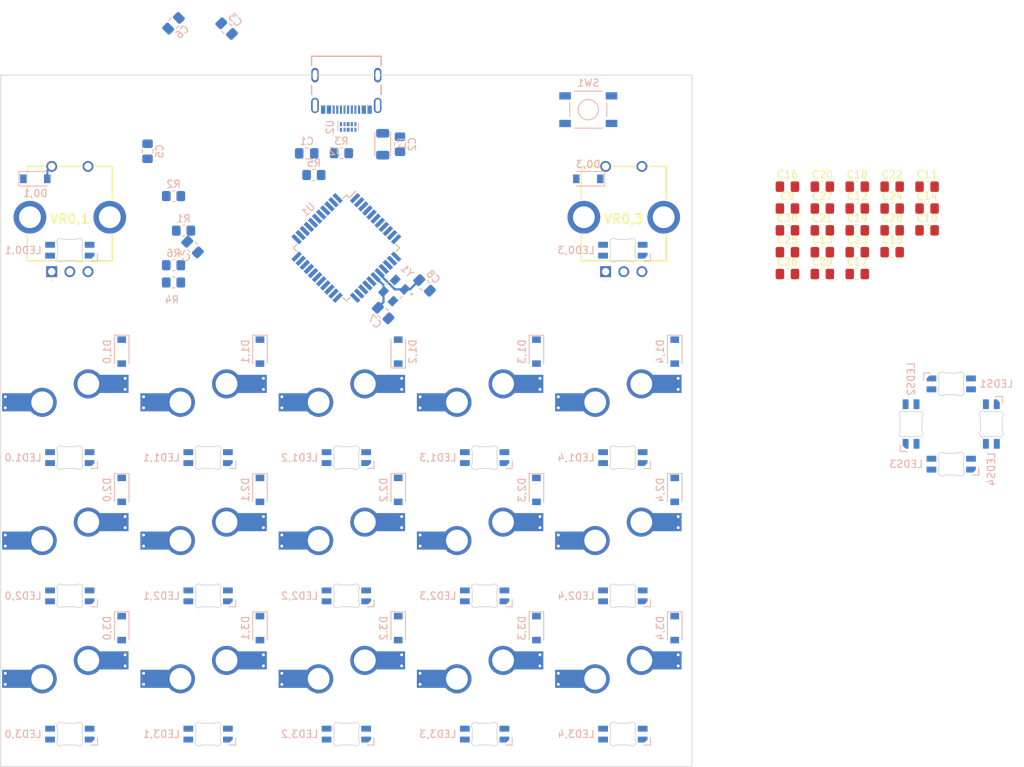
<source format=kicad_pcb>
(kicad_pcb (version 20211014) (generator pcbnew)
  (layers (0 "F.Cu" signal) (31 "B.Cu" signal) (34 "B.Paste" user) (35 "F.Paste" user) (36 "B.SilkS" user "B.Silkscreen") (37 "F.SilkS" user "F.Silkscreen") (38 "B.Mask" user) (39 "F.Mask" user) (44 "Edge.Cuts" user))
  (net 0 "")
  (net 1 "row0")
  (net 2 "Net-(J2-PadS1)")
  (net 3 "Net-(D0,1-Pad2)")
  (net 4 "Net-(D0,3-Pad2)")
  (net 5 "row1")
  (net 6 "Net-(D1,0-Pad2)")
  (net 7 "VBUS")
  (net 8 "Net-(D1,1-Pad2)")
  (net 9 "Net-(D1,2-Pad2)")
  (net 10 "Net-(D1,3-Pad2)")
  (net 11 "Net-(D1,4-Pad2)")
  (net 12 "row2")
  (net 13 "Net-(D2,0-Pad2)")
  (net 15 "Net-(J2-PadB5)")
  (net 16 "Net-(D2,1-Pad2)")
  (net 17 "Net-(D2,2-Pad2)")
  (net 18 "Net-(J2-PadA5)")
  (net 20 "Net-(D2,3-Pad2)")
  (net 21 "Net-(D2,4-Pad2)")
  (net 22 "row3")
  (net 23 "Net-(D3,0-Pad2)")
  (net 24 "Net-(D3,1-Pad2)")
  (net 25 "Net-(D3,3-Pad2)")
  (net 26 "Net-(D3,4-Pad2)")
  (net 27 "Net-(D3.2-Pad2)")
  (net 28 "Net-(LED0,1-Pad2)")
  (net 29 "Net-(LED0,3-Pad2)")
  (net 31 "Net-(LED1,1-Pad2)")
  (net 32 "Net-(LED1,1-Pad3)")
  (net 33 "Net-(LED1,2-Pad2)")
  (net 34 "Net-(LED1,3-Pad2)")
  (net 35 "Net-(LED1,4-Pad2)")
  (net 36 "Net-(LED2,0-Pad2)")
  (net 37 "Net-(LED2,1-Pad2)")
  (net 38 "col1")
  (net 39 "Net-(LED2,2-Pad2)")
  (net 40 "Net-(LED2,3-Pad2)")
  (net 41 "Net-(LED2,4-Pad2)")
  (net 42 "col2")
  (net 43 "Net-(LED3,0-Pad2)")
  (net 44 "Net-(LED3,1-Pad2)")
  (net 45 "Net-(LED3,2-Pad2)")
  (net 46 "col3")
  (net 47 "Net-(LED3,3-Pad2)")
  (net 48 "Net-(LED3,4-Pad2)")
  (net 49 "Net-(R3-Pad2)")
  (net 50 "D-")
  (net 51 "D+")
  (net 52 "Net-(R4-Pad2)")
  (net 53 "/xTall1")
  (net 54 "/xTall2")
  (net 56 "+5V")
  (net 57 "Net-(R1-Pad1)")
  (net 58 "GND")
  (net 59 "Net-(C1-Pad1)")
  (net 86 "/NRST")
  (net 93 "col0")
  (net 94 "col4")
  (footprint "Capacitor_SMD:C_0805_2012Metric_Pad1.18x1.45mm_HandSolder" (layer "F.Cu") (at 156.12 63.13)
    (fp_text reference "C17")
    (fp_text value "100n")
  )
  (footprint "Capacitor_SMD:C_0805_2012Metric_Pad1.18x1.45mm_HandSolder" (layer "F.Cu") (at 146.5 63.13)
    (fp_text reference "C26")
    (fp_text value "100n")
  )
  (footprint "MX_Only:MXOnly-1U-Hotswap-Antishear" (layer "F.Cu") (at 104.775 102.39375)
    (fp_text reference "MX2,3")
    (fp_text value "MX-NoLED")
  )
  (footprint "MX_Only:MXOnly-1U-Hotswap-Antishear" (layer "F.Cu") (at 66.675 121.44375)
    (fp_text reference "MX3,1")
    (fp_text value "MX-NoLED")
  )
  (footprint "MX_Only:MXOnly-1U-Hotswap-Antishear" (layer "F.Cu") (at 123.825 102.39375)
    (fp_text reference "MX2,4")
    (fp_text value "MX-NoLED")
  )
  (footprint "MX_Only:MXOnly-1U-Hotswap-Antishear" (layer "F.Cu") (at 66.675 102.39375)
    (fp_text reference "MX2,1")
    (fp_text value "MX-NoLED")
  )
  (footprint "Capacitor_SMD:C_0805_2012Metric_Pad1.18x1.45mm_HandSolder" (layer "F.Cu") (at 160.93 51.09)
    (fp_text reference "C22")
    (fp_text value "100n")
  )
  (footprint "Capacitor_SMD:C_0805_2012Metric_Pad1.18x1.45mm_HandSolder" (layer "F.Cu") (at 165.74 54.1)
    (fp_text reference "C14")
    (fp_text value "100n")
  )
  (footprint "Capacitor_SMD:C_0805_2012Metric_Pad1.18x1.45mm_HandSolder" (layer "F.Cu") (at 156.12 60.12)
    (fp_text reference "C23")
    (fp_text value "100n")
  )
  (footprint "Capacitor_SMD:C_0805_2012Metric_Pad1.18x1.45mm_HandSolder" (layer "F.Cu") (at 160.93 57.11)
    (fp_text reference "C28")
    (fp_text value "100n")
  )
  (footprint "MX_Only:MXOnly-1U-Hotswap-Antishear" (layer "F.Cu") (at 47.625 102.39375)
    (fp_text reference "MX2,0")
    (fp_text value "MX-NoLED")
  )
  (footprint "MX_Only:MXOnly-1U-Hotswap-Antishear" (layer "F.Cu") (at 85.725 102.39375)
    (fp_text reference "MX2,2")
    (fp_text value "MX-NoLED")
  )
  (footprint "Capacitor_SMD:C_0805_2012Metric_Pad1.18x1.45mm_HandSolder" (layer "F.Cu") (at 165.74 51.09)
    (fp_text reference "C11")
    (fp_text value "100n")
  )
  (footprint "Capacitor_SMD:C_0805_2012Metric_Pad1.18x1.45mm_HandSolder" (layer "F.Cu") (at 156.12 57.11)
    (fp_text reference "C19")
    (fp_text value "100n")
  )
  (footprint "MX_Only:MXOnly-1U-Hotswap-Antishear" (layer "F.Cu") (at 85.725 121.44375)
    (fp_text reference "MX3,2")
    (fp_text value "MX-NoLED")
  )
  (footprint "Capacitor_SMD:C_0805_2012Metric_Pad1.18x1.45mm_HandSolder" (layer "F.Cu") (at 146.5 60.12)
    (fp_text reference "C25")
    (fp_text value "100n")
  )
  (footprint "MX_Only:MXOnly-1U-Hotswap-Antishear" (layer "F.Cu") (at 123.825 121.44375)
    (fp_text reference "MX3,4")
    (fp_text value "MX-NoLED")
  )
  (footprint "MX_Only:MXOnly-1U-Hotswap-Antishear" (layer "F.Cu") (at 85.725 83.34375)
    (fp_text reference "MX1,2")
    (fp_text value "MX-NoLED")
  )
  (footprint "MX_Only:MXOnly-1U-Hotswap-Antishear" (layer "F.Cu") (at 123.825 83.34375)
    (fp_text reference "MX1,4")
    (fp_text value "MX-NoLED")
  )
  (footprint "Capacitor_SMD:C_0805_2012Metric_Pad1.18x1.45mm_HandSolder" (layer "F.Cu") (at 160.93 54.1)
    (fp_text reference "C24")
    (fp_text value "100n")
  )
  (footprint "Capacitor_SMD:C_0805_2012Metric_Pad1.18x1.45mm_HandSolder" (layer "F.Cu") (at 156.12 54.1)
    (fp_text reference "C12")
    (fp_text value "100n")
  )
  (footprint "MX_Only:MXOnly-1U-Hotswap-Antishear" (layer "F.Cu") (at 66.675 83.34375)
    (fp_text reference "MX1,1")
    (fp_text value "MX-NoLED")
  )
  (footprint "Capacitor_SMD:C_0805_2012Metric_Pad1.18x1.45mm_HandSolder" (layer "F.Cu") (at 151.31 57.11)
    (fp_text reference "C21")
    (fp_text value "100n")
  )
  (footprint "Capacitor_SMD:C_0805_2012Metric_Pad1.18x1.45mm_HandSolder" (layer "F.Cu") (at 151.31 54.1)
    (fp_text reference "C27")
    (fp_text value "100n")
  )
  (footprint "Capacitor_SMD:C_0805_2012Metric_Pad1.18x1.45mm_HandSolder" (layer "F.Cu") (at 151.31 60.12)
    (fp_text reference "C13")
    (fp_text value "1u")
  )
  (footprint "SamacSys_Parts:EC111012010H" (layer "F.Cu") (at 45.125 62.8)
    (fp_text reference "VR0,1")
    (fp_text value "EC111012010H" hide)
  )
  (footprint "Capacitor_SMD:C_0805_2012Metric_Pad1.18x1.45mm_HandSolder" (layer "F.Cu") (at 160.93 60.12)
    (fp_text reference "C15")
    (fp_text value "100n")
  )
  (footprint "MX_Only:MXOnly-1U-Hotswap-Antishear" (layer "F.Cu") (at 47.625 83.34375)
    (fp_text reference "MX1,0")
    (fp_text value "MX-NoLED")
  )
  (footprint "Capacitor_SMD:C_0805_2012Metric_Pad1.18x1.45mm_HandSolder" (layer "F.Cu") (at 156.12 51.09)
    (fp_text reference "C18")
    (fp_text value "100n")
  )
  (footprint "Capacitor_SMD:C_0805_2012Metric_Pad1.18x1.45mm_HandSolder" (layer "F.Cu") (at 165.74 57.11)
    (fp_text reference "C10")
    (fp_text value "100n")
  )
  (footprint "SamacSys_Parts:EC111012010H" (layer "F.Cu") (at 121.45 62.8)
    (fp_text reference "VR0,3")
    (fp_text value "EC111012010H" hide)
  )
  (footprint "Capacitor_SMD:C_0805_2012Metric_Pad1.18x1.45mm_HandSolder" (layer "F.Cu") (at 151.31 63.13)
    (fp_text reference "C29")
    (fp_text value "100n")
  )
  (footprint "Capacitor_SMD:C_0805_2012Metric_Pad1.18x1.45mm_HandSolder" (layer "F.Cu") (at 146.5 51.09)
    (fp_text reference "C16")
    (fp_text value "100n")
  )
  (footprint "Capacitor_SMD:C_0805_2012Metric_Pad1.18x1.45mm_HandSolder" (layer "F.Cu") (at 151.31 51.09)
    (fp_text reference "C20")
    (fp_text value "100n")
  )
  (footprint "Capacitor_SMD:C_0805_2012Metric_Pad1.18x1.45mm_HandSolder" (layer "F.Cu") (at 146.5 57.11)
    (fp_text reference "C30")
    (fp_text value "100n")
  )
  (footprint "Capacitor_SMD:C_0805_2012Metric_Pad1.18x1.45mm_HandSolder" (layer "F.Cu") (at 146.5 54.1)
    (fp_text reference "C9")
    (fp_text value "100n")
  )
  (footprint "MX_Only:MXOnly-1U-Hotswap-Antishear" (layer "F.Cu") (at 104.775 83.34375)
    (fp_text reference "MX1,3")
    (fp_text value "MX-NoLED")
  )
  (footprint "MX_Only:MXOnly-1U-Hotswap-Antishear" (layer "F.Cu") (at 47.625 121.44375)
    (fp_text reference "MX3,0")
    (fp_text value "MX-NoLED")
  )
  (footprint "MX_Only:MXOnly-1U-Hotswap-Antishear" (layer "F.Cu") (at 104.775 121.44375)
    (fp_text reference "MX3,3")
    (fp_text value "MX-NoLED")
  )
  (footprint "marbastlib-mx:LED_MX_6028R" (layer "B.Cu") (at 85.725 88.42375 180)
    (fp_text reference "LED1,2")
    (fp_text value "MX_SK6812MINI-E" hide)
    (fp_line (start 1.699999 -0.702841) (end 1.699999 0.702843) (layer "Edge.Cuts") (width 0.1))
    (fp_line (start 0.794452 1.5) (end -0.794453 1.5) (layer "Edge.Cuts") (width 0.1))
    (fp_line (start -0.794452 -1.499999) (end 0.794452 -1.499999) (layer "Edge.Cuts") (width 0.1))
    (fp_line (start -1.699999 0.702843) (end -1.699999 -0.702841) (layer "Edge.Cuts") (width 0.1))
    (fp_arc (start 1.046711 -1.568296) (mid 1.638069 -1.504034) (end 1.749484 -0.919719) (layer "Edge.Cuts") (width 0.1))
    (fp_arc (start -1.749484 -0.919719) (mid -1.712527 -0.814067) (end -1.699999 -0.702841) (layer "Edge.Cuts") (width 0.1))
    (fp_arc (start -1.046711 1.568299) (mid -1.638071 1.504036) (end -1.749484 0.919721) (layer "Edge.Cuts") (width 0.1))
    (fp_arc (start 1.749484 0.919721) (mid 1.712534 0.814067) (end 1.699999 0.702843) (layer "Edge.Cuts") (width 0.1))
    (fp_arc (start -1.046711 1.568299) (mid -0.925123 1.517377) (end -0.794453 1.5) (layer "Edge.Cuts") (width 0.1))
    (fp_arc (start -1.749484 -0.919718) (mid -1.638072 -1.504034) (end -1.046711 -1.568298) (layer "Edge.Cuts") (width 0.1))
    (fp_arc (start 0.794453 1.500001) (mid 0.925123 1.517378) (end 1.046711 1.5683) (layer "Edge.Cuts") (width 0.1))
    (fp_arc (start -0.794452 -1.499999) (mid -0.925123 -1.517376) (end -1.046711 -1.568298) (layer "Edge.Cuts") (width 0.1))
    (fp_arc (start 1.699999 -0.702842) (mid 1.712519 -0.81407) (end 1.749484 -0.919719) (layer "Edge.Cuts") (width 0.1))
    (fp_arc (start -1.699999 0.702844) (mid -1.712527 0.814069) (end -1.749484 0.919721) (layer "Edge.Cuts") (width 0.1))
    (fp_arc (start 1.04671 -1.568298) (mid 0.925122 -1.517376) (end 0.794452 -1.499999) (layer "Edge.Cuts") (width 0.1))
    (fp_arc (start 1.749484 0.919721) (mid 1.638072 1.504036) (end 1.046711 1.5683) (layer "Edge.Cuts") (width 0.1))
  )
  (footprint "Diode_SMD:D_SOD-123" (layer "B.Cu") (at 119.0625 50.00625 180)
    (fp_text reference "D0,3")
    (fp_text value "D_Small")
  )
  (footprint "Diode_SMD:D_SOD-123" (layer "B.Cu") (at 130.96875 92.86875 -90)
    (fp_text reference "D2,4")
    (fp_text value "D_Small")
  )
  (footprint "marbastlib-mx:LED_MX_6028R" (layer "B.Cu") (at 66.675 88.42375 180)
    (fp_text reference "LED1,1")
    (fp_text value "MX_SK6812MINI-E" hide)
    (fp_line (start -0.794452 -1.499999) (end 0.794452 -1.499999) (layer "Edge.Cuts") (width 0.1))
    (fp_line (start 0.794452 1.5) (end -0.794453 1.5) (layer "Edge.Cuts") (width 0.1))
    (fp_line (start 1.699999 -0.702841) (end 1.699999 0.702843) (layer "Edge.Cuts") (width 0.1))
    (fp_line (start -1.699999 0.702843) (end -1.699999 -0.702841) (layer "Edge.Cuts") (width 0.1))
    (fp_arc (start 1.04671 -1.568298) (mid 0.925122 -1.517376) (end 0.794452 -1.499999) (layer "Edge.Cuts") (width 0.1))
    (fp_arc (start 1.699999 -0.702842) (mid 1.712519 -0.81407) (end 1.749484 -0.919719) (layer "Edge.Cuts") (width 0.1))
    (fp_arc (start 1.749484 0.919721) (mid 1.638072 1.504036) (end 1.046711 1.5683) (layer "Edge.Cuts") (width 0.1))
    (fp_arc (start -1.699999 0.702844) (mid -1.712527 0.814069) (end -1.749484 0.919721) (layer "Edge.Cuts") (width 0.1))
    (fp_arc (start -0.794452 -1.499999) (mid -0.925123 -1.517376) (end -1.046711 -1.568298) (layer "Edge.Cuts") (width 0.1))
    (fp_arc (start -1.749484 -0.919719) (mid -1.712527 -0.814067) (end -1.699999 -0.702841) (layer "Edge.Cuts") (width 0.1))
    (fp_arc (start 1.749484 0.919721) (mid 1.712534 0.814067) (end 1.699999 0.702843) (layer "Edge.Cuts") (width 0.1))
    (fp_arc (start -1.749484 -0.919718) (mid -1.638072 -1.504034) (end -1.046711 -1.568298) (layer "Edge.Cuts") (width 0.1))
    (fp_arc (start -1.046711 1.568299) (mid -1.638071 1.504036) (end -1.749484 0.919721) (layer "Edge.Cuts") (width 0.1))
    (fp_arc (start 0.794453 1.500001) (mid 0.925123 1.517378) (end 1.046711 1.5683) (layer "Edge.Cuts") (width 0.1))
    (fp_arc (start -1.046711 1.568299) (mid -0.925123 1.517377) (end -0.794453 1.5) (layer "Edge.Cuts") (width 0.1))
    (fp_arc (start 1.046711 -1.568296) (mid 1.638069 -1.504034) (end 1.749484 -0.919719) (layer "Edge.Cuts") (width 0.1))
  )
  (footprint "marbastlib-mx:LED_MX_6028R" (layer "B.Cu") (at 123.825 107.47375 180)
    (fp_text reference "LED2,4")
    (fp_text value "MX_SK6812MINI-E" hide)
    (fp_line (start -1.699999 0.702843) (end -1.699999 -0.702841) (layer "Edge.Cuts") (width 0.1))
    (fp_line (start -0.794452 -1.499999) (end 0.794452 -1.499999) (layer "Edge.Cuts") (width 0.1))
    (fp_line (start 0.794452 1.5) (end -0.794453 1.5) (layer "Edge.Cuts") (width 0.1))
    (fp_line (start 1.699999 -0.702841) (end 1.699999 0.702843) (layer "Edge.Cuts") (width 0.1))
    (fp_arc (start -1.046711 1.568299) (mid -1.638071 1.504036) (end -1.749484 0.919721) (layer "Edge.Cuts") (width 0.1))
    (fp_arc (start 1.749484 0.919721) (mid 1.638072 1.504036) (end 1.046711 1.5683) (layer "Edge.Cuts") (width 0.1))
    (fp_arc (start 1.046711 -1.568296) (mid 1.638069 -1.504034) (end 1.749484 -0.919719) (layer "Edge.Cuts") (width 0.1))
    (fp_arc (start -0.794452 -1.499999) (mid -0.925123 -1.517376) (end -1.046711 -1.568298) (layer "Edge.Cuts") (width 0.1))
    (fp_arc (start 0.794453 1.500001) (mid 0.925123 1.517378) (end 1.046711 1.5683) (layer "Edge.Cuts") (width 0.1))
    (fp_arc (start -1.749484 -0.919719) (mid -1.712527 -0.814067) (end -1.699999 -0.702841) (layer "Edge.Cuts") (width 0.1))
    (fp_arc (start 1.749484 0.919721) (mid 1.712534 0.814067) (end 1.699999 0.702843) (layer "Edge.Cuts") (width 0.1))
    (fp_arc (start -1.749484 -0.919718) (mid -1.638072 -1.504034) (end -1.046711 -1.568298) (layer "Edge.Cuts") (width 0.1))
    (fp_arc (start 1.04671 -1.568298) (mid 0.925122 -1.517376) (end 0.794452 -1.499999) (layer "Edge.Cuts") (width 0.1))
    (fp_arc (start -1.699999 0.702844) (mid -1.712527 0.814069) (end -1.749484 0.919721) (layer "Edge.Cuts") (width 0.1))
    (fp_arc (start -1.046711 1.568299) (mid -0.925123 1.517377) (end -0.794453 1.5) (layer "Edge.Cuts") (width 0.1))
    (fp_arc (start 1.699999 -0.702842) (mid 1.712519 -0.81407) (end 1.749484 -0.919719) (layer "Edge.Cuts") (width 0.1))
  )
  (footprint "marbastlib-mx:LED_MX_6028R" (layer "B.Cu") (at 123.825 88.42375 180)
    (fp_text reference "LED1,4")
    (fp_text value "MX_SK6812MINI-E" hide)
    (fp_line (start -1.699999 0.702843) (end -1.699999 -0.702841) (layer "Edge.Cuts") (width 0.1))
    (fp_line (start 1.699999 -0.702841) (end 1.699999 0.702843) (layer "Edge.Cuts") (width 0.1))
    (fp_line (start 0.794452 1.5) (end -0.794453 1.5) (layer "Edge.Cuts") (width 0.1))
    (fp_line (start -0.794452 -1.499999) (end 0.794452 -1.499999) (layer "Edge.Cuts") (width 0.1))
    (fp_arc (start 1.749484 0.919721) (mid 1.712534 0.814067) (end 1.699999 0.702843) (layer "Edge.Cuts") (width 0.1))
    (fp_arc (start -1.749484 -0.919718) (mid -1.638072 -1.504034) (end -1.046711 -1.568298) (layer "Edge.Cuts") (width 0.1))
    (fp_arc (start -0.794452 -1.499999) (mid -0.925123 -1.517376) (end -1.046711 -1.568298) (layer "Edge.Cuts") (width 0.1))
    (fp_arc (start -1.046711 1.568299) (mid -0.925123 1.517377) (end -0.794453 1.5) (layer "Edge.Cuts") (width 0.1))
    (fp_arc (start 1.749484 0.919721) (mid 1.638072 1.504036) (end 1.046711 1.5683) (layer "Edge.Cuts") (width 0.1))
    (fp_arc (start -1.749484 -0.919719) (mid -1.712527 -0.814067) (end -1.699999 -0.702841) (layer "Edge.Cuts") (width 0.1))
    (fp_arc (start 1.699999 -0.702842) (mid 1.712536 -0.814065) (end 1.749484 -0.919719) (layer "Edge.Cuts") (width 0.1))
    (fp_arc (start 0.794453 1.500001) (mid 0.925123 1.517378) (end 1.046711 1.5683) (layer "Edge.Cuts") (width 0.1))
    (fp_arc (start 1.046711 -1.568296) (mid 1.638069 -1.504034) (end 1.749484 -0.919719) (layer "Edge.Cuts") (width 0.1))
    (fp_arc (start -1.699999 0.702844) (mid -1.712527 0.814069) (end -1.749484 0.919721) (layer "Edge.Cuts") (width 0.1))
    (fp_arc (start 1.04671 -1.568298) (mid 0.925122 -1.517376) (end 0.794452 -1.499999) (layer "Edge.Cuts") (width 0.1))
    (fp_arc (start -1.046711 1.568299) (mid -1.63807 1.504035) (end -1.749484 0.919721) (layer "Edge.Cuts") (width 0.1))
  )
  (footprint "Capacitor_SMD:C_0805_2012Metric_Pad1.18x1.45mm_HandSolder" (layer "B.Cu") (at 90.8 68.5 -45)
    (fp_text reference "C7")
    (fp_text value "22p")
  )
  (footprint "Diode_SMD:D_SOD-123" (layer "B.Cu") (at 111.91875 73.81875 -90)
    (fp_text reference "D1,3")
    (fp_text value "D_Small")
  )
  (footprint "marbastlib-mx:LED_MX_6028R" (layer "B.Cu") (at 169.06875 78.26375)
    (fp_text reference "LEDS1")
    (fp_text value "MX_SK6812MINI-E" hide)
    (fp_line (start -0.794452 -1.499999) (end 0.794452 -1.499999) (layer "Edge.Cuts") (width 0.1))
    (fp_line (start 0.794452 1.5) (end -0.794453 1.5) (layer "Edge.Cuts") (width 0.1))
    (fp_line (start -1.699999 0.702843) (end -1.699999 -0.702841) (layer "Edge.Cuts") (width 0.1))
    (fp_line (start 1.699999 -0.702841) (end 1.699999 0.702843) (layer "Edge.Cuts") (width 0.1))
    (fp_arc (start 1.749484 0.919721) (mid 1.638072 1.504036) (end 1.046711 1.5683) (layer "Edge.Cuts") (width 0.1))
    (fp_arc (start 0.794453 1.500001) (mid 0.925123 1.517378) (end 1.046711 1.5683) (layer "Edge.Cuts") (width 0.1))
    (fp_arc (start -1.046711 1.568299) (mid -1.638071 1.504036) (end -1.749484 0.919721) (layer "Edge.Cuts") (width 0.1))
    (fp_arc (start -1.046711 1.568299) (mid -0.925123 1.517377) (end -0.794453 1.5) (layer "Edge.Cuts") (width 0.1))
    (fp_arc (start 1.04671 -1.568298) (mid 0.925122 -1.517376) (end 0.794452 -1.499999) (layer "Edge.Cuts") (width 0.1))
    (fp_arc (start 1.749484 0.919721) (mid 1.712534 0.814067) (end 1.699999 0.702843) (layer "Edge.Cuts") (width 0.1))
    (fp_arc (start 1.699999 -0.702842) (mid 1.712519 -0.81407) (end 1.749484 -0.919719) (layer "Edge.Cuts") (width 0.1))
    (fp_arc (start -0.794452 -1.499999) (mid -0.925123 -1.517376) (end -1.046711 -1.568298) (layer "Edge.Cuts") (width 0.1))
    (fp_arc (start -1.699999 0.702844) (mid -1.712527 0.814069) (end -1.749484 0.919721) (layer "Edge.Cuts") (width 0.1))
    (fp_arc (start -1.749484 -0.919719) (mid -1.712527 -0.814067) (end -1.699999 -0.702841) (layer "Edge.Cuts") (width 0.1))
    (fp_arc (start -1.749484 -0.919718) (mid -1.638072 -1.504034) (end -1.046711 -1.568298) (layer "Edge.Cuts") (width 0.1))
    (fp_arc (start 1.046711 -1.568296) (mid 1.638069 -1.504034) (end 1.749484 -0.919719) (layer "Edge.Cuts") (width 0.1))
  )
  (footprint "marbastlib-mx:LED_MX_6028R" (layer "B.Cu") (at 104.775 88.42375 180)
    (fp_text reference "LED1,3")
    (fp_text value "MX_SK6812MINI-E" hide)
    (fp_line (start -0.794452 -1.499999) (end 0.794452 -1.499999) (layer "Edge.Cuts") (width 0.1))
    (fp_line (start -1.699999 0.702843) (end -1.699999 -0.702841) (layer "Edge.Cuts") (width 0.1))
    (fp_line (start 1.699999 -0.702841) (end 1.699999 0.702843) (layer "Edge.Cuts") (width 0.1))
    (fp_line (start 0.794452 1.5) (end -0.794453 1.5) (layer "Edge.Cuts") (width 0.1))
    (fp_arc (start 0.794453 1.500001) (mid 0.925123 1.517378) (end 1.046711 1.5683) (layer "Edge.Cuts") (width 0.1))
    (fp_arc (start 1.699999 -0.702842) (mid 1.712519 -0.81407) (end 1.749484 -0.919719) (layer "Edge.Cuts") (width 0.1))
    (fp_arc (start -1.046711 1.568299) (mid -0.925123 1.517377) (end -0.794453 1.5) (layer "Edge.Cuts") (width 0.1))
    (fp_arc (start -0.794452 -1.499999) (mid -0.925123 -1.517376) (end -1.046711 -1.568298) (layer "Edge.Cuts") (width 0.1))
    (fp_arc (start -1.046711 1.568299) (mid -1.638071 1.504036) (end -1.749484 0.919721) (layer "Edge.Cuts") (width 0.1))
    (fp_arc (start 1.04671 -1.568298) (mid 0.925122 -1.517376) (end 0.794452 -1.499999) (layer "Edge.Cuts") (width 0.1))
    (fp_arc (start 1.046711 -1.568296) (mid 1.638069 -1.504034) (end 1.749484 -0.919719) (layer "Edge.Cuts") (width 0.1))
    (fp_arc (start -1.749484 -0.919718) (mid -1.638072 -1.504034) (end -1.046711 -1.568298) (layer "Edge.Cuts") (width 0.1))
    (fp_arc (start 1.749484 0.919721) (mid 1.712534 0.814067) (end 1.699999 0.702843) (layer "Edge.Cuts") (width 0.1))
    (fp_arc (start -1.749484 -0.919719) (mid -1.712527 -0.814067) (end -1.699999 -0.702841) (layer "Edge.Cuts") (width 0.1))
    (fp_arc (start -1.699999 0.702844) (mid -1.712527 0.814069) (end -1.749484 0.919721) (layer "Edge.Cuts") (width 0.1))
    (fp_arc (start 1.749484 0.919721) (mid 1.638072 1.504036) (end 1.046711 1.5683) (layer "Edge.Cuts") (width 0.1))
  )
  (footprint "Capacitor_SMD:C_0805_2012Metric_Pad1.18x1.45mm_HandSolder" (layer "B.Cu") (at 80.2675 46.50125 180)
    (fp_text reference "C1")
    (fp_text value "1u")
  )
  (footprint "Resistor_SMD:R_0805_2012Metric_Pad1.20x1.40mm_HandSolder" (layer "B.Cu") (at 81.2475 49.48125 180)
    (fp_text reference "R5")
    (fp_text value "5.1k")
  )
  (footprint "Package_SON:USON-10_2.5x1.0mm_P0.5mm" (layer "B.Cu") (at 85.975 42.8625 -90)
    (fp_text reference "U2")
    (fp_text value "TPD4EUSB30")
  )
  (footprint "Capacitor_SMD:C_0805_2012Metric_Pad1.18x1.45mm_HandSolder" (layer "B.Cu") (at 93.11875 45.24375 90)
    (fp_text reference "C2")
    (fp_text value "10u")
  )
  (footprint "Diode_SMD:D_SOD-123" (layer "B.Cu") (at 73.81875 111.91875 -90)
    (fp_text reference "D3,1")
    (fp_text value "D_Small")
  )
  (footprint "Diode_SMD:D_SOD-123" (layer "B.Cu") (at 92.86875 92.86875 -90)
    (fp_text reference "D2,2")
    (fp_text value "D_Small")
  )
  (footprint "PTS525SM15SMTR2LFS:SW_PTS525SM15SMTR2LFS" (layer "B.Cu") (at 119.0625 40.48125 180)
    (fp_text reference "SW1")
    (fp_text value "SW_Push")
  )
  (footprint "Resistor_SMD:R_0805_2012Metric_Pad1.20x1.40mm_HandSolder" (layer "B.Cu") (at 61.9125 61.9125 180)
    (fp_text reference "R6")
    (fp_text value "10k")
  )
  (footprint "Diode_SMD:D_SOD-123" (layer "B.Cu") (at 73.81875 92.86875 -90)
    (fp_text reference "D2,1")
    (fp_text value "D_Small")
  )
  (footprint "Diode_SMD:D_SOD-123" (layer "B.Cu") (at 73.81875 73.81875 -90)
    (fp_text reference "D1,1")
    (fp_text value "D_Small")
  )
  (footprint "Resistor_SMD:R_0805_2012Metric_Pad1.20x1.40mm_HandSolder" (layer "B.Cu") (at 85.0475 46.47125 180)
    (fp_text reference "R3")
    (fp_text value "22")
  )
  (footprint "marbastlib-mx:LED_MX_6028R" (layer "B.Cu") (at 66.675 126.52375 180)
    (fp_text reference "LED3,1")
    (fp_text value "MX_SK6812MINI-E" hide)
    (fp_line (start 1.699999 -0.702841) (end 1.699999 0.702843) (layer "Edge.Cuts") (width 0.1))
    (fp_line (start -1.699999 0.702843) (end -1.699999 -0.702841) (layer "Edge.Cuts") (width 0.1))
    (fp_line (start 0.794452 1.5) (end -0.794453 1.5) (layer "Edge.Cuts") (width 0.1))
    (fp_line (start -0.794452 -1.499999) (end 0.794452 -1.499999) (layer "Edge.Cuts") (width 0.1))
    (fp_arc (start 1.699999 -0.702842) (mid 1.712519 -0.81407) (end 1.749484 -0.919719) (layer "Edge.Cuts") (width 0.1))
    (fp_arc (start -1.046711 1.568299) (mid -1.638071 1.504036) (end -1.749484 0.919721) (layer "Edge.Cuts") (width 0.1))
    (fp_arc (start 1.04671 -1.568298) (mid 0.925122 -1.517376) (end 0.794452 -1.499999) (layer "Edge.Cuts") (width 0.1))
    (fp_arc (start -0.794452 -1.499999) (mid -0.925123 -1.517376) (end -1.046711 -1.568298) (layer "Edge.Cuts") (width 0.1))
    (fp_arc (start -1.046711 1.568299) (mid -0.925123 1.517377) (end -0.794453 1.5) (layer "Edge.Cuts") (width 0.1))
    (fp_arc (start -1.749484 -0.919718) (mid -1.638072 -1.504034) (end -1.046711 -1.568298) (layer "Edge.Cuts") (width 0.1))
    (fp_arc (start 1.749484 0.919721) (mid 1.712534 0.814067) (end 1.699999 0.702843) (layer "Edge.Cuts") (width 0.1))
    (fp_arc (start -1.749484 -0.919719) (mid -1.712527 -0.814067) (end -1.699999 -0.702841) (layer "Edge.Cuts") (width 0.1))
    (fp_arc (start -1.699999 0.702844) (mid -1.712527 0.814069) (end -1.749484 0.919721) (layer "Edge.Cuts") (width 0.1))
    (fp_arc (start 1.046711 -1.568296) (mid 1.638069 -1.504034) (end 1.749484 -0.919719) (layer "Edge.Cuts") (width 0.1))
    (fp_arc (start 0.794453 1.500001) (mid 0.925123 1.517378) (end 1.046711 1.5683) (layer "Edge.Cuts") (width 0.1))
    (fp_arc (start 1.749484 0.919721) (mid 1.638072 1.504036) (end 1.046711 1.5683) (layer "Edge.Cuts") (width 0.1))
  )
  (footprint "Resistor_SMD:R_0805_2012Metric_Pad1.20x1.40mm_HandSolder" (layer "B.Cu") (at 61.9125 52.3875 180)
    (fp_text reference "R2")
    (fp_text value "5.1k")
  )
  (footprint "marbastlib-mx:LED_MX_6028R" (layer "B.Cu") (at 123.825 126.52375 180)
    (fp_text reference "LED3,4")
    (fp_text value "MX_SK6812MINI-E" hide)
    (fp_line (start 1.699999 -0.702841) (end 1.699999 0.702843) (layer "Edge.Cuts") (width 0.1))
    (fp_line (start -1.699999 0.702843) (end -1.699999 -0.702841) (layer "Edge.Cuts") (width 0.1))
    (fp_line (start -0.794452 -1.499999) (end 0.794452 -1.499999) (layer "Edge.Cuts") (width 0.1))
    (fp_line (start 0.794452 1.5) (end -0.794453 1.5) (layer "Edge.Cuts") (width 0.1))
    (fp_arc (start 1.699999 -0.702842) (mid 1.712519 -0.81407) (end 1.749484 -0.919719) (layer "Edge.Cuts") (width 0.1))
    (fp_arc (start 1.04671 -1.568298) (mid 0.925122 -1.517376) (end 0.794452 -1.499999) (layer "Edge.Cuts") (width 0.1))
    (fp_arc (start 1.749484 0.919721) (mid 1.638072 1.504036) (end 1.046711 1.5683) (layer "Edge.Cuts") (width 0.1))
    (fp_arc (start 1.046711 -1.568296) (mid 1.638069 -1.504034) (end 1.749484 -0.919719) (layer "Edge.Cuts") (width 0.1))
    (fp_arc (start -1.749484 -0.919718) (mid -1.638072 -1.504034) (end -1.046711 -1.568298) (layer "Edge.Cuts") (width 0.1))
    (fp_arc (start 0.794453 1.500001) (mid 0.925123 1.517378) (end 1.046711 1.5683) (layer "Edge.Cuts") (width 0.1))
    (fp_arc (start -0.794452 -1.499999) (mid -0.925123 -1.517376) (end -1.046711 -1.568298) (layer "Edge.Cuts") (width 0.1))
    (fp_arc (start -1.749484 -0.919719) (mid -1.712527 -0.814067) (end -1.699999 -0.702841) (layer "Edge.Cuts") (width 0.1))
    (fp_arc (start -1.046711 1.568299) (mid -0.925123 1.517377) (end -0.794453 1.5) (layer "Edge.Cuts") (width 0.1))
    (fp_arc (start -1.046711 1.568299) (mid -1.638071 1.504036) (end -1.749484 0.919721) (layer "Edge.Cuts") (width 0.1))
    (fp_arc (start 1.749484 0.919721) (mid 1.712534 0.814067) (end 1.699999 0.702843) (layer "Edge.Cuts") (width 0.1))
    (fp_arc (start -1.699999 0.702844) (mid -1.712527 0.814069) (end -1.749484 0.919721) (layer "Edge.Cuts") (width 0.1))
  )
  (footprint "Diode_SMD:D_SOD-123" (layer "B.Cu") (at 92.86875 73.81875 90)
    (fp_text reference "D1,2")
    (fp_text value "D_Small")
  )
  (footprint "Diode_SMD:D_SOD-123" (layer "B.Cu") (at 92.86875 111.91875 -90)
    (fp_text reference "D3.2")
    (fp_text value "D_Small")
  )
  (footprint "marbastlib-mx:LED_MX_6028R" (layer "B.Cu") (at 163.5375 83.795 90)
    (fp_text reference "LEDS2")
    (fp_text value "MX_SK6812MINI-E" hide)
    (fp_line (start -0.794452 -1.499999) (end 0.794452 -1.499999) (layer "Edge.Cuts") (width 0.1))
    (fp_line (start 1.699999 -0.702841) (end 1.699999 0.702843) (layer "Edge.Cuts") (width 0.1))
    (fp_line (start -1.699999 0.702843) (end -1.699999 -0.702841) (layer "Edge.Cuts") (width 0.1))
    (fp_line (start 0.794452 1.5) (end -0.794453 1.5) (layer "Edge.Cuts") (width 0.1))
    (fp_arc (start 1.04671 -1.568298) (mid 0.925122 -1.517376) (end 0.794452 -1.499999) (layer "Edge.Cuts") (width 0.1))
    (fp_arc (start -1.749484 -0.919719) (mid -1.712527 -0.814067) (end -1.699999 -0.702841) (layer "Edge.Cuts") (width 0.1))
    (fp_arc (start 1.749484 0.919721) (mid 1.638072 1.504036) (end 1.046711 1.5683) (layer "Edge.Cuts") (width 0.1))
    (fp_arc (start -1.046711 1.568299) (mid -1.638071 1.504036) (end -1.749484 0.919721) (layer "Edge.Cuts") (width 0.1))
    (fp_arc (start -0.794452 -1.499999) (mid -0.925123 -1.517376) (end -1.046711 -1.568298) (layer "Edge.Cuts") (width 0.1))
    (fp_arc (start -1.699999 0.702844) (mid -1.712527 0.814069) (end -1.749484 0.919721) (layer "Edge.Cuts") (width 0.1))
    (fp_arc (start 1.699999 -0.702842) (mid 1.712519 -0.81407) (end 1.749484 -0.919719) (layer "Edge.Cuts") (width 0.1))
    (fp_arc (start -1.749484 -0.919718) (mid -1.638072 -1.504034) (end -1.046711 -1.568298) (layer "Edge.Cuts") (width 0.1))
    (fp_arc (start -1.046711 1.568299) (mid -0.925123 1.517377) (end -0.794453 1.5) (layer "Edge.Cuts") (width 0.1))
    (fp_arc (start 0.794453 1.500001) (mid 0.925123 1.517378) (end 1.046711 1.5683) (layer "Edge.Cuts") (width 0.1))
    (fp_arc (start 1.749484 0.919721) (mid 1.712534 0.814067) (end 1.699999 0.702843) (layer "Edge.Cuts") (width 0.1))
    (fp_arc (start 1.046711 -1.568296) (mid 1.638069 -1.504034) (end 1.749484 -0.919719) (layer "Edge.Cuts") (width 0.1))
  )
  (footprint "marbastlib-mx:LED_MX_6028R" (layer "B.Cu") (at 104.775 107.47375 180)
    (fp_text reference "LED2,3")
    (fp_text value "MX_SK6812MINI-E" hide)
    (fp_line (start 0.794452 1.5) (end -0.794453 1.5) (layer "Edge.Cuts") (width 0.1))
    (fp_line (start 1.699999 -0.702841) (end 1.699999 0.702843) (layer "Edge.Cuts") (width 0.1))
    (fp_line (start -1.699999 0.702843) (end -1.699999 -0.702841) (layer "Edge.Cuts") (width 0.1))
    (fp_line (start -0.794452 -1.499999) (end 0.794452 -1.499999) (layer "Edge.Cuts") (width 0.1))
    (fp_arc (start 1.749484 0.919721) (mid 1.638072 1.504036) (end 1.046711 1.5683) (layer "Edge.Cuts") (width 0.1))
    (fp_arc (start 1.699999 -0.702842) (mid 1.712524 -0.814068) (end 1.749484 -0.919719) (layer "Edge.Cuts") (width 0.1))
    (fp_arc (start -1.046711 1.568299) (mid -0.925123 1.517377) (end -0.794453 1.5) (layer "Edge.Cuts") (width 0.1))
    (fp_arc (start -1.749484 -0.919718) (mid -1.638072 -1.504034) (end -1.046711 -1.568298) (layer "Edge.Cuts") (width 0.1))
    (fp_arc (start -0.794452 -1.499999) (mid -0.925123 -1.517376) (end -1.046711 -1.568298) (layer "Edge.Cuts") (width 0.1))
    (fp_arc (start -1.699999 0.702844) (mid -1.712527 0.814069) (end -1.749484 0.919721) (layer "Edge.Cuts") (width 0.1))
    (fp_arc (start -1.046711 1.568299) (mid -1.638071 1.504035) (end -1.749484 0.919721) (layer "Edge.Cuts") (width 0.1))
    (fp_arc (start 1.046711 -1.568296) (mid 1.638069 -1.504034) (end 1.749484 -0.919719) (layer "Edge.Cuts") (width 0.1))
    (fp_arc (start 0.794453 1.500001) (mid 0.925123 1.517378) (end 1.046711 1.5683) (layer "Edge.Cuts") (width 0.1))
    (fp_arc (start 1.04671 -1.568298) (mid 0.925122 -1.517376) (end 0.794452 -1.499999) (layer "Edge.Cuts") (width 0.1))
    (fp_arc (start 1.749484 0.919721) (mid 1.71254 0.814067) (end 1.699999 0.702843) (layer "Edge.Cuts") (width 0.1))
    (fp_arc (start -1.749484 -0.919719) (mid -1.712527 -0.814067) (end -1.699999 -0.702841) (layer "Edge.Cuts") (width 0.1))
  )
  (footprint "marbastlib-mx:LED_MX_6028R" (layer "B.Cu") (at 47.625 59.84875 180)
    (fp_text reference "LED0,1")
    (fp_text value "MX_SK6812MINI-E" hide)
    (fp_line (start 1.699999 -0.702841) (end 1.699999 0.702843) (layer "Edge.Cuts") (width 0.1))
    (fp_line (start -1.699999 0.702843) (end -1.699999 -0.702841) (layer "Edge.Cuts") (width 0.1))
    (fp_line (start -0.794452 -1.499999) (end 0.794452 -1.499999) (layer "Edge.Cuts") (width 0.1))
    (fp_line (start 0.794452 1.5) (end -0.794453 1.5) (layer "Edge.Cuts") (width 0.1))
    (fp_arc (start 1.04671 -1.568298) (mid 0.925122 -1.517376) (end 0.794452 -1.499999) (layer "Edge.Cuts") (width 0.1))
    (fp_arc (start -1.749484 -0.919719) (mid -1.712527 -0.814067) (end -1.699999 -0.702841) (layer "Edge.Cuts") (width 0.1))
    (fp_arc (start -1.046711 1.568299) (mid -1.638071 1.504036) (end -1.749484 0.919721) (layer "Edge.Cuts") (width 0.1))
    (fp_arc (start 1.699999 -0.702842) (mid 1.712519 -0.81407) (end 1.749484 -0.919719) (layer "Edge.Cuts") (width 0.1))
    (fp_arc (start 1.749484 0.919721) (mid 1.638072 1.504036) (end 1.046711 1.5683) (layer "Edge.Cuts") (width 0.1))
    (fp_arc (start 0.794453 1.500001) (mid 0.925123 1.517378) (end 1.046711 1.5683) (layer "Edge.Cuts") (width 0.1))
    (fp_arc (start -1.749484 -0.919718) (mid -1.638072 -1.504034) (end -1.046711 -1.568298) (layer "Edge.Cuts") (width 0.1))
    (fp_arc (start -0.794452 -1.499999) (mid -0.925123 -1.517376) (end -1.046711 -1.568298) (layer "Edge.Cuts") (width 0.1))
    (fp_arc (start 1.046711 -1.568296) (mid 1.638069 -1.504034) (end 1.749484 -0.919719) (layer "Edge.Cuts") (width 0.1))
    (fp_arc (start -1.046711 1.568299) (mid -0.925123 1.517377) (end -0.794453 1.5) (layer "Edge.Cuts") (width 0.1))
    (fp_arc (start 1.749484 0.919721) (mid 1.712534 0.814067) (end 1.699999 0.702843) (layer "Edge.Cuts") (width 0.1))
    (fp_arc (start -1.699999 0.702844) (mid -1.712527 0.814069) (end -1.749484 0.919721) (layer "Edge.Cuts") (width 0.1))
  )
  (footprint "Diode_SMD:D_SOD-123" (layer "B.Cu") (at 130.96875 73.81875 -90)
    (fp_text reference "D1,4")
    (fp_text value "D_Small")
  )
  (footprint "marbastlib-mx:LED_MX_6028R" (layer "B.Cu") (at 104.775 126.52375 180)
    (fp_text reference "LED3,3")
    (fp_text value "MX_SK6812MINI-E" hide)
    (fp_line (start 0.794452 1.5) (end -0.794453 1.5) (layer "Edge.Cuts") (width 0.1))
    (fp_line (start 1.699999 -0.702841) (end 1.699999 0.702843) (layer "Edge.Cuts") (width 0.1))
    (fp_line (start -0.794452 -1.499999) (end 0.794452 -1.499999) (layer "Edge.Cuts") (width 0.1))
    (fp_line (start -1.699999 0.702843) (end -1.699999 -0.702841) (layer "Edge.Cuts") (width 0.1))
    (fp_arc (start -1.699999 0.702844) (mid -1.712527 0.814069) (end -1.749484 0.919721) (layer "Edge.Cuts") (width 0.1))
    (fp_arc (start -1.046711 1.568299) (mid -0.925123 1.517377) (end -0.794453 1.5) (layer "Edge.Cuts") (width 0.1))
    (fp_arc (start 1.749484 0.919721) (mid 1.638072 1.504036) (end 1.046711 1.5683) (layer "Edge.Cuts") (width 0.1))
    (fp_arc (start -1.046711 1.568299) (mid -1.638071 1.504036) (end -1.749484 0.919721) (layer "Edge.Cuts") (width 0.1))
    (fp_arc (start 0.794453 1.500001) (mid 0.925123 1.517378) (end 1.046711 1.5683) (layer "Edge.Cuts") (width 0.1))
    (fp_arc (start 1.046711 -1.568296) (mid 1.638069 -1.504034) (end 1.749484 -0.919719) (layer "Edge.Cuts") (width 0.1))
    (fp_arc (start 1.749484 0.919721) (mid 1.712534 0.814067) (end 1.699999 0.702843) (layer "Edge.Cuts") (width 0.1))
    (fp_arc (start -1.749484 -0.919718) (mid -1.638072 -1.504034) (end -1.046711 -1.568298) (layer "Edge.Cuts") (width 0.1))
    (fp_arc (start 1.699999 -0.702842) (mid 1.712519 -0.81407) (end 1.749484 -0.919719) (layer "Edge.Cuts") (width 0.1))
    (fp_arc (start 1.04671 -1.568298) (mid 0.925122 -1.517376) (end 0.794452 -1.499999) (layer "Edge.Cuts") (width 0.1))
    (fp_arc (start -0.794452 -1.499999) (mid -0.925123 -1.517376) (end -1.046711 -1.568298) (layer "Edge.Cuts") (width 0.1))
    (fp_arc (start -1.749484 -0.919719) (mid -1.712527 -0.814067) (end -1.699999 -0.702841) (layer "Edge.Cuts") (width 0.1))
  )
  (footprint "Resistor_SMD:R_0805_2012Metric_Pad1.20x1.40mm_HandSolder" (layer "B.Cu") (at 63.29375 57.15 180)
    (fp_text reference "R1")
    (fp_text value "10k")
  )
  (footprint "Diode_SMD:D_SOD-123" (layer "B.Cu") (at 54.76875 92.86875 -90)
    (fp_text reference "D2,0")
    (fp_text value "D_Small")
  )
  (footprint "marbastlib-mx:LED_MX_6028R" (layer "B.Cu") (at 174.6 83.795 -90)
    (fp_text reference "LEDS4")
    (fp_text value "MX_SK6812MINI-E" hide)
    (fp_line (start -1.699999 0.702843) (end -1.699999 -0.702841) (layer "Edge.Cuts") (width 0.1))
    (fp_line (start -0.794452 -1.499999) (end 0.794452 -1.499999) (layer "Edge.Cuts") (width 0.1))
    (fp_line (start 0.794452 1.5) (end -0.794453 1.5) (layer "Edge.Cuts") (width 0.1))
    (fp_line (start 1.699999 -0.702841) (end 1.699999 0.702843) (layer "Edge.Cuts") (width 0.1))
    (fp_arc (start -1.699999 0.702844) (mid -1.712527 0.814069) (end -1.749484 0.919721) (layer "Edge.Cuts") (width 0.1))
    (fp_arc (start 0.794453 1.500001) (mid 0.925123 1.517378) (end 1.046711 1.5683) (layer "Edge.Cuts") (width 0.1))
    (fp_arc (start -1.749484 -0.919719) (mid -1.712527 -0.814067) (end -1.699999 -0.702841) (layer "Edge.Cuts") (width 0.1))
    (fp_arc (start -1.749484 -0.919718) (mid -1.638072 -1.504034) (end -1.046711 -1.568298) (layer "Edge.Cuts") (width 0.1))
    (fp_arc (start 1.749484 0.919721) (mid 1.638072 1.504036) (end 1.046711 1.5683) (layer "Edge.Cuts") (width 0.1))
    (fp_arc (start -0.794452 -1.499999) (mid -0.925123 -1.517376) (end -1.046711 -1.568298) (layer "Edge.Cuts") (width 0.1))
    (fp_arc (start 1.046711 -1.568296) (mid 1.638069 -1.504034) (end 1.749484 -0.919719) (layer "Edge.Cuts") (width 0.1))
    (fp_arc (start -1.046711 1.568299) (mid -1.638071 1.504036) (end -1.749484 0.919721) (layer "Edge.Cuts") (width 0.1))
    (fp_arc (start 1.699999 -0.702842) (mid 1.712519 -0.81407) (end 1.749484 -0.919719) (layer "Edge.Cuts") (width 0.1))
    (fp_arc (start 1.749484 0.919721) (mid 1.712534 0.814067) (end 1.699999 0.702843) (layer "Edge.Cuts") (width 0.1))
    (fp_arc (start 1.04671 -1.568298) (mid 0.925122 -1.517376) (end 0.794452 -1.499999) (layer "Edge.Cuts") (width 0.1))
    (fp_arc (start -1.046711 1.568299) (mid -0.925123 1.517377) (end -0.794453 1.5) (layer "Edge.Cuts") (width 0.1))
  )
  (footprint "0ZCJ0050AF2E:RESC3216X125N" (layer "B.Cu") (at 90.7375 45.24375 90)
    (fp_text reference "F1")
    (fp_text value "Polyfuse_Small")
  )
  (footprint "marbastlib-mx:LED_MX_6028R" (layer "B.Cu") (at 47.625 126.52375 180)
    (fp_text reference "LED3,0")
    (fp_text value "MX_SK6812MINI-E" hide)
    (fp_line (start -0.794452 -1.499999) (end 0.794452 -1.499999) (layer "Edge.Cuts") (width 0.1))
    (fp_line (start 1.699999 -0.702841) (end 1.699999 0.702843) (layer "Edge.Cuts") (width 0.1))
    (fp_line (start -1.699999 0.702843) (end -1.699999 -0.702841) (layer "Edge.Cuts") (width 0.1))
    (fp_line (start 0.794452 1.5) (end -0.794453 1.5) (layer "Edge.Cuts") (width 0.1))
    (fp_arc (start -1.046711 1.568299) (mid -0.925123 1.517377) (end -0.794453 1.5) (layer "Edge.Cuts") (width 0.1))
    (fp_arc (start -1.749484 -0.919718) (mid -1.638072 -1.504034) (end -1.046711 -1.568298) (layer "Edge.Cuts") (width 0.1))
    (fp_arc (start 0.794453 1.500001) (mid 0.925123 1.517378) (end 1.046711 1.5683) (layer "Edge.Cuts") (width 0.1))
    (fp_arc (start 1.749484 0.919721) (mid 1.712534 0.814067) (end 1.699999 0.702843) (layer "Edge.Cuts") (width 0.1))
    (fp_arc (start 1.699999 -0.702842) (mid 1.712519 -0.81407) (end 1.749484 -0.919719) (layer "Edge.Cuts") (width 0.1))
    (fp_arc (start -1.699999 0.702844) (mid -1.712527 0.814069) (end -1.749484 0.919721) (layer "Edge.Cuts") (width 0.1))
    (fp_arc (start 1.046711 -1.568296) (mid 1.638069 -1.504034) (end 1.749484 -0.919719) (layer "Edge.Cuts") (width 0.1))
    (fp_arc (start 1.04671 -1.568298) (mid 0.925122 -1.517376) (end 0.794452 -1.499999) (layer "Edge.Cuts") (width 0.1))
    (fp_arc (start -1.046711 1.568299) (mid -1.638071 1.504036) (end -1.749484 0.919721) (layer "Edge.Cuts") (width 0.1))
    (fp_arc (start 1.749484 0.919721) (mid 1.638072 1.504036) (end 1.046711 1.5683) (layer "Edge.Cuts") (width 0.1))
    (fp_arc (start -1.749484 -0.919719) (mid -1.712527 -0.814067) (end -1.699999 -0.702841) (layer "Edge.Cuts") (width 0.1))
    (fp_arc (start -0.794452 -1.499999) (mid -0.925123 -1.517376) (end -1.046711 -1.568298) (layer "Edge.Cuts") (width 0.1))
  )
  (footprint "marbastlib-mx:LED_MX_6028R" (layer "B.Cu") (at 85.725 126.52375 180)
    (fp_text reference "LED3,2")
    (fp_text value "MX_SK6812MINI-E" hide)
    (fp_line (start 1.699999 -0.702841) (end 1.699999 0.702843) (layer "Edge.Cuts") (width 0.1))
    (fp_line (start 0.794452 1.5) (end -0.794453 1.5) (layer "Edge.Cuts") (width 0.1))
    (fp_line (start -1.699999 0.702843) (end -1.699999 -0.702841) (layer "Edge.Cuts") (width 0.1))
    (fp_line (start -0.794452 -1.499999) (end 0.794452 -1.499999) (layer "Edge.Cuts") (width 0.1))
    (fp_arc (start -1.749484 -0.919719) (mid -1.712527 -0.814067) (end -1.699999 -0.702841) (layer "Edge.Cuts") (width 0.1))
    (fp_arc (start -1.699999 0.702844) (mid -1.712527 0.814069) (end -1.749484 0.919721) (layer "Edge.Cuts") (width 0.1))
    (fp_arc (start 0.794453 1.500001) (mid 0.925123 1.517378) (end 1.046711 1.5683) (layer "Edge.Cuts") (width 0.1))
    (fp_arc (start -1.046711 1.568299) (mid -1.638071 1.504036) (end -1.749484 0.919721) (layer "Edge.Cuts") (width 0.1))
    (fp_arc (start -1.046711 1.568299) (mid -0.925123 1.517377) (end -0.794453 1.5) (layer "Edge.Cuts") (width 0.1))
    (fp_arc (start 1.046711 -1.568296) (mid 1.638069 -1.504034) (end 1.749484 -0.919719) (layer "Edge.Cuts") (width 0.1))
    (fp_arc (start -0.794452 -1.499999) (mid -0.925123 -1.517376) (end -1.046711 -1.568298) (layer "Edge.Cuts") (width 0.1))
    (fp_arc (start 1.04671 -1.568298) (mid 0.925122 -1.517376) (end 0.794452 -1.499999) (layer "Edge.Cuts") (width 0.1))
    (fp_arc (start 1.749484 0.919721) (mid 1.712534 0.814067) (end 1.699999 0.702843) (layer "Edge.Cuts") (width 0.1))
    (fp_arc (start -1.749484 -0.919718) (mid -1.638072 -1.504034) (end -1.046711 -1.568298) (layer "Edge.Cuts") (width 0.1))
    (fp_arc (start 1.749484 0.919721) (mid 1.638072 1.504036) (end 1.046711 1.5683) (layer "Edge.Cuts") (width 0.1))
    (fp_arc (start 1.699999 -0.702842) (mid 1.712519 -0.81407) (end 1.749484 -0.919719) (layer "Edge.Cuts") (width 0.1))
  )
  (footprint "Diode_SMD:D_SOD-123" (layer "B.Cu") (at 54.76875 73.81875 -90)
    (fp_text reference "D1,0")
    (fp_text value "D_Small")
  )
  (footprint "Diode_SMD:D_SOD-123" (layer "B.Cu") (at 130.96875 111.91875 -90)
    (fp_text reference "D3,4")
    (fp_text value "D_Small")
  )
  (footprint "marbastlib-mx:LED_MX_6028R" (layer "B.Cu") (at 47.625 107.47375 180)
    (fp_text reference "LED2,0")
    (fp_text value "MX_SK6812MINI-E" hide)
    (fp_line (start 1.699999 -0.702841) (end 1.699999 0.702843) (layer "Edge.Cuts") (width 0.1))
    (fp_line (start 0.794452 1.5) (end -0.794453 1.5) (layer "Edge.Cuts") (width 0.1))
    (fp_line (start -0.794452 -1.499999) (end 0.794452 -1.499999) (layer "Edge.Cuts") (width 0.1))
    (fp_line (start -1.699999 0.702843) (end -1.699999 -0.702841) (layer "Edge.Cuts") (width 0.1))
    (fp_arc (start -1.749484 -0.919719) (mid -1.712527 -0.814067) (end -1.699999 -0.702841) (layer "Edge.Cuts") (width 0.1))
    (fp_arc (start -0.794452 -1.499999) (mid -0.925123 -1.517376) (end -1.046711 -1.568298) (layer "Edge.Cuts") (width 0.1))
    (fp_arc (start -1.699999 0.702844) (mid -1.712527 0.814069) (end -1.749484 0.919721) (layer "Edge.Cuts") (width 0.1))
    (fp_arc (start -1.046711 1.568299) (mid -0.925123 1.517377) (end -0.794453 1.5) (layer "Edge.Cuts") (width 0.1))
    (fp_arc (start 1.699999 -0.702842) (mid 1.712519 -0.81407) (end 1.749484 -0.919719) (layer "Edge.Cuts") (width 0.1))
    (fp_arc (start 1.749484 0.919721) (mid 1.712534 0.814067) (end 1.699999 0.702843) (layer "Edge.Cuts") (width 0.1))
    (fp_arc (start 1.04671 -1.568298) (mid 0.925122 -1.517376) (end 0.794452 -1.499999) (layer "Edge.Cuts") (width 0.1))
    (fp_arc (start -1.046711 1.568299) (mid -1.638071 1.504036) (end -1.749484 0.919721) (layer "Edge.Cuts") (width 0.1))
    (fp_arc (start 0.794453 1.500001) (mid 0.925123 1.517378) (end 1.046711 1.5683) (layer "Edge.Cuts") (width 0.1))
    (fp_arc (start -1.749484 -0.919718) (mid -1.638072 -1.504034) (end -1.046711 -1.568298) (layer "Edge.Cuts") (width 0.1))
    (fp_arc (start 1.749484 0.919721) (mid 1.638072 1.504036) (end 1.046711 1.5683) (layer "Edge.Cuts") (width 0.1))
    (fp_arc (start 1.046711 -1.568296) (mid 1.638069 -1.504034) (end 1.749484 -0.919719) (layer "Edge.Cuts") (width 0.1))
  )
  (footprint "marbastlib-mx:LED_MX_6028R" (layer "B.Cu") (at 66.675 107.47375 180)
    (fp_text reference "LED2,1")
    (fp_text value "MX_SK6812MINI-E" hide)
    (fp_line (start -1.699999 0.702843) (end -1.699999 -0.702841) (layer "Edge.Cuts") (width 0.1))
    (fp_line (start 1.699999 -0.702841) (end 1.699999 0.702843) (layer "Edge.Cuts") (width 0.1))
    (fp_line (start -0.794452 -1.499999) (end 0.794452 -1.499999) (layer "Edge.Cuts") (width 0.1))
    (fp_line (start 0.794452 1.5) (end -0.794453 1.5) (layer "Edge.Cuts") (width 0.1))
    (fp_arc (start 0.794453 1.500001) (mid 0.925123 1.517378) (end 1.046711 1.5683) (layer "Edge.Cuts") (width 0.1))
    (fp_arc (start -1.046711 1.568299) (mid -0.925123 1.517377) (end -0.794453 1.5) (layer "Edge.Cuts") (width 0.1))
    (fp_arc (start 1.699999 -0.702842) (mid 1.712519 -0.81407) (end 1.749484 -0.919719) (layer "Edge.Cuts") (width 0.1))
    (fp_arc (start -1.749484 -0.919719) (mid -1.712527 -0.814067) (end -1.699999 -0.702841) (layer "Edge.Cuts") (width 0.1))
    (fp_arc (start 1.749484 0.919721) (mid 1.712534 0.814067) (end 1.699999 0.702843) (layer "Edge.Cuts") (width 0.1))
    (fp_arc (start 1.04671 -1.568298) (mid 0.925122 -1.517376) (end 0.794452 -1.499999) (layer "Edge.Cuts") (width 0.1))
    (fp_arc (start -1.699999 0.702844) (mid -1.712527 0.814069) (end -1.749484 0.919721) (layer "Edge.Cuts") (width 0.1))
    (fp_arc (start -0.794452 -1.499999) (mid -0.925123 -1.517376) (end -1.046711 -1.568298) (layer "Edge.Cuts") (width 0.1))
    (fp_arc (start -1.046711 1.568299) (mid -1.638071 1.504036) (end -1.749484 0.919721) (layer "Edge.Cuts") (width 0.1))
    (fp_arc (start -1.749484 -0.919718) (mid -1.638072 -1.504034) (end -1.046711 -1.568298) (layer "Edge.Cuts") (width 0.1))
    (fp_arc (start 1.749484 0.919721) (mid 1.638072 1.504036) (end 1.046711 1.5683) (layer "Edge.Cuts") (width 0.1))
    (fp_arc (start 1.046711 -1.568296) (mid 1.638069 -1.504034) (end 1.749484 -0.919719) (layer "Edge.Cuts") (width 0.1))
  )
  (footprint "Diode_SMD:D_SOD-123" (layer "B.Cu") (at 42.8625 50.00625)
    (fp_text reference "D0,1")
    (fp_text value "D_Small")
  )
  (footprint "Package_QFP:TQFP-44_10x10mm_P0.8mm" (layer "B.Cu") (at 85.725 59.53125 -135)
    (fp_text reference "U1")
    (fp_text value "ATmega32U4-AU")
  )
  (footprint "marbastlib-mx:LED_MX_6028R" (layer "B.Cu") (at 47.625 88.42375 180)
    (fp_text reference "LED1.0")
    (fp_text value "MX_SK6812MINI-E" hide)
    (fp_line (start -1.699999 0.702843) (end -1.699999 -0.702841) (layer "Edge.Cuts") (width 0.1))
    (fp_line (start 0.794452 1.5) (end -0.794453 1.5) (layer "Edge.Cuts") (width 0.1))
    (fp_line (start 1.699999 -0.702841) (end 1.699999 0.702843) (layer "Edge.Cuts") (width 0.1))
    (fp_line (start -0.794452 -1.499999) (end 0.794452 -1.499999) (layer "Edge.Cuts") (width 0.1))
    (fp_arc (start -1.699999 0.702844) (mid -1.712527 0.814069) (end -1.749484 0.919721) (layer "Edge.Cuts") (width 0.1))
    (fp_arc (start 1.04671 -1.568298) (mid 0.925122 -1.517376) (end 0.794452 -1.499999) (layer "Edge.Cuts") (width 0.1))
    (fp_arc (start 1.749484 0.919721) (mid 1.712534 0.814067) (end 1.699999 0.702843) (layer "Edge.Cuts") (width 0.1))
    (fp_arc (start -1.749484 -0.919718) (mid -1.638072 -1.504034) (end -1.046711 -1.568298) (layer "Edge.Cuts") (width 0.1))
    (fp_arc (start 1.749484 0.919721) (mid 1.638072 1.504036) (end 1.046711 1.5683) (layer "Edge.Cuts") (width 0.1))
    (fp_arc (start -1.046711 1.568299) (mid -0.925123 1.517377) (end -0.794453 1.5) (layer "Edge.Cuts") (width 0.1))
    (fp_arc (start -0.794452 -1.499999) (mid -0.925123 -1.517376) (end -1.046711 -1.568298) (layer "Edge.Cuts") (width 0.1))
    (fp_arc (start 1.046711 -1.568296) (mid 1.638069 -1.504034) (end 1.749484 -0.919719) (layer "Edge.Cuts") (width 0.1))
    (fp_arc (start -1.749484 -0.919719) (mid -1.712527 -0.814067) (end -1.699999 -0.702841) (layer "Edge.Cuts") (width 0.1))
    (fp_arc (start 0.794453 1.500001) (mid 0.925123 1.517378) (end 1.046711 1.5683) (layer "Edge.Cuts") (width 0.1))
    (fp_arc (start -1.046711 1.568299) (mid -1.638071 1.504036) (end -1.749484 0.919721) (layer "Edge.Cuts") (width 0.1))
    (fp_arc (start 1.699999 -0.702842) (mid 1.712519 -0.81407) (end 1.749484 -0.919719) (layer "Edge.Cuts") (width 0.1))
  )
  (footprint "marbastlib-mx:LED_MX_6028R" (layer "B.Cu") (at 85.725 107.47375 180)
    (fp_text reference "LED2,2")
    (fp_text value "MX_SK6812MINI-E" hide)
    (fp_line (start -0.794452 -1.499999) (end 0.794452 -1.499999) (layer "Edge.Cuts") (width 0.1))
    (fp_line (start 0.794452 1.5) (end -0.794453 1.5) (layer "Edge.Cuts") (width 0.1))
    (fp_line (start 1.699999 -0.702841) (end 1.699999 0.702843) (layer "Edge.Cuts") (width 0.1))
    (fp_line (start -1.699999 0.702843) (end -1.699999 -0.702841) (layer "Edge.Cuts") (width 0.1))
    (fp_arc (start -1.046711 1.568299) (mid -0.925123 1.517377) (end -0.794453 1.5) (layer "Edge.Cuts") (width 0.1))
    (fp_arc (start -1.749484 -0.919718) (mid -1.638072 -1.504034) (end -1.046711 -1.568298) (layer "Edge.Cuts") (width 0.1))
    (fp_arc (start 1.749484 0.919721) (mid 1.712534 0.814067) (end 1.699999 0.702843) (layer "Edge.Cuts") (width 0.1))
    (fp_arc (start 0.794453 1.500001) (mid 0.925123 1.517378) (end 1.046711 1.5683) (layer "Edge.Cuts") (width 0.1))
    (fp_arc (start -1.046711 1.568299) (mid -1.638071 1.504036) (end -1.749484 0.919721) (layer "Edge.Cuts") (width 0.1))
    (fp_arc (start 1.046711 -1.568296) (mid 1.638069 -1.504034) (end 1.749484 -0.919719) (layer "Edge.Cuts") (width 0.1))
    (fp_arc (start 1.749484 0.919721) (mid 1.638072 1.504036) (end 1.046711 1.5683) (layer "Edge.Cuts") (width 0.1))
    (fp_arc (start -1.699999 0.702844) (mid -1.712527 0.814069) (end -1.749484 0.919721) (layer "Edge.Cuts") (width 0.1))
    (fp_arc (start 1.699999 -0.702842) (mid 1.712519 -0.81407) (end 1.749484 -0.919719) (layer "Edge.Cuts") (width 0.1))
    (fp_arc (start -0.794452 -1.499999) (mid -0.925123 -1.517376) (end -1.046711 -1.568298) (layer "Edge.Cuts") (width 0.1))
    (fp_arc (start -1.749484 -0.919719) (mid -1.712527 -0.814067) (end -1.699999 -0.702841) (layer "Edge.Cuts") (width 0.1))
    (fp_arc (start 1.04671 -1.568298) (mid 0.925122 -1.517376) (end 0.794452 -1.499999) (layer "Edge.Cuts") (width 0.1))
  )
  (footprint "CX3225SB16000D0FLJZZ:OSCCC320X250X60N" (layer "B.Cu") (at 92.3 65.4 135)
    (fp_text reference "Y1")
    (fp_text value "16MHz")
  )
  (footprint "USB4105-GF-A:GCT_USB4105-GF-A" (layer "B.Cu") (at 85.725 35.71875)
    (fp_text reference "J2")
    (fp_text value "USB4105-GF-A")
  )
  (footprint "Capacitor_SMD:C_0805_2012Metric_Pad1.18x1.45mm_HandSolder" (layer "B.Cu") (at 96.5 64.7 -45)
    (fp_text reference "C8")
    (fp_text value "22p")
  )
  (footprint "marbastlib-mx:LED_MX_6028R" (layer "B.Cu") (at 123.825 59.84875 180)
    (fp_text reference "LED0,3")
    (fp_text value "MX_SK6812MINI-E" hide)
    (fp_line (start 1.699999 -0.702841) (end 1.699999 0.702843) (layer "Edge.Cuts") (width 0.1))
    (fp_line (start -0.794452 -1.499999) (end 0.794452 -1.499999) (layer "Edge.Cuts") (width 0.1))
    (fp_line (start -1.699999 0.702843) (end -1.699999 -0.702841) (layer "Edge.Cuts") (width 0.1))
    (fp_line (start 0.794452 1.5) (end -0.794453 1.5) (layer "Edge.Cuts") (width 0.1))
    (fp_arc (start -1.699999 0.702844) (mid -1.712527 0.814069) (end -1.749484 0.919721) (layer "Edge.Cuts") (width 0.1))
    (fp_arc (start 1.046711 -1.568296) (mid 1.638069 -1.504034) (end 1.749484 -0.919719) (layer "Edge.Cuts") (width 0.1))
    (fp_arc (start 0.794453 1.500001) (mid 0.925123 1.517378) (end 1.046711 1.5683) (layer "Edge.Cuts") (width 0.1))
    (fp_arc (start 1.749484 0.919721) (mid 1.712534 0.814067) (end 1.699999 0.702843) (layer "Edge.Cuts") (width 0.1))
    (fp_arc (start -1.046711 1.568299) (mid -1.638071 1.504036) (end -1.749484 0.919721) (layer "Edge.Cuts") (width 0.1))
    (fp_arc (start -1.046711 1.568299) (mid -0.925123 1.517377) (end -0.794453 1.5) (layer "Edge.Cuts") (width 0.1))
    (fp_arc (start -1.749484 -0.919719) (mid -1.712527 -0.814067) (end -1.699999 -0.702841) (layer "Edge.Cuts") (width 0.1))
    (fp_arc (start 1.04671 -1.568298) (mid 0.925122 -1.517376) (end 0.794452 -1.499999) (layer "Edge.Cuts") (width 0.1))
    (fp_arc (start -0.794452 -1.499999) (mid -0.925123 -1.517376) (end -1.046711 -1.568298) (layer "Edge.Cuts") (width 0.1))
    (fp_arc (start 1.749484 0.919721) (mid 1.638072 1.504036) (end 1.046711 1.5683) (layer "Edge.Cuts") (width 0.1))
    (fp_arc (start 1.699999 -0.702842) (mid 1.712519 -0.81407) (end 1.749484 -0.919719) (layer "Edge.Cuts") (width 0.1))
    (fp_arc (start -1.749484 -0.919718) (mid -1.638072 -1.504034) (end -1.046711 -1.568298) (layer "Edge.Cuts") (width 0.1))
  )
  (footprint "Capacitor_SMD:C_0805_2012Metric_Pad1.18x1.45mm_HandSolder" (layer "B.Cu") (at 64.528806 59.410177 -45)
    (fp_text reference "C4")
    (fp_text value "100n")
  )
  (footprint "Capacitor_SMD:C_0805_2012Metric_Pad1.18x1.45mm_HandSolder" (layer "B.Cu") (at 58.328806 46.210177 90)
    (fp_text reference "C5")
    (fp_text value "100n")
  )
  (footprint "Diode_SMD:D_SOD-123" (layer "B.Cu") (at 54.76875 111.91875 -90)
    (fp_text reference "D3,0")
    (fp_text value "D_Small")
  )
  (footprint "Diode_SMD:D_SOD-123" (layer "B.Cu") (at 111.91875 111.91875 -90)
    (fp_text reference "D3,3")
    (fp_text value "D_Small")
  )
  (footprint "marbastlib-mx:LED_MX_6028R" (layer "B.Cu") (at 169.06875 89.32625 180)
    (fp_text reference "LEDS3")
    (fp_text value "MX_SK6812MINI-E" hide)
    (fp_line (start -1.699999 0.702843) (end -1.699999 -0.702841) (layer "Edge.Cuts") (width 0.1))
    (fp_line (start -0.794452 -1.499999) (end 0.794452 -1.499999) (layer "Edge.Cuts") (width 0.1))
    (fp_line (start 1.699999 -0.702841) (end 1.699999 0.702843) (layer "Edge.Cuts") (width 0.1))
    (fp_line (start 0.794452 1.5) (end -0.794453 1.5) (layer "Edge.Cuts") (width 0.1))
    (fp_arc (start -1.749484 -0.919718) (mid -1.638072 -1.504034) (end -1.046711 -1.568298) (layer "Edge.Cuts") (width 0.1))
    (fp_arc (start 1.749484 0.919721) (mid 1.638072 1.504036) (end 1.046711 1.5683) (layer "Edge.Cuts") (width 0.1))
    (fp_arc (start -1.749484 -0.919719) (mid -1.712527 -0.814067) (end -1.699999 -0.702841) (layer "Edge.Cuts") (width 0.1))
    (fp_arc (start 1.749484 0.919721) (mid 1.712534 0.814067) (end 1.699999 0.702843) (layer "Edge.Cuts") (width 0.1))
    (fp_arc (start -1.046711 1.568299) (mid -1.638071 1.504036) (end -1.749484 0.919721) (layer "Edge.Cuts") (width 0.1))
    (fp_arc (start 1.04671 -1.568298) (mid 0.925122 -1.517376) (end 0.794452 -1.499999) (layer "Edge.Cuts") (width 0.1))
    (fp_arc (start 1.699999 -0.702842) (mid 1.712519 -0.81407) (end 1.749484 -0.919719) (layer "Edge.Cuts") (width 0.1))
    (fp_arc (start -1.046711 1.568299) (mid -0.925123 1.517377) (end -0.794453 1.5) (layer "Edge.Cuts") (width 0.1))
    (fp_arc (start -1.699999 0.702844) (mid -1.712527 0.814069) (end -1.749484 0.919721) (layer "Edge.Cuts") (width 0.1))
    (fp_arc (start 0.794453 1.500001) (mid 0.925123 1.517378) (end 1.046711 1.5683) (layer "Edge.Cuts") (width 0.1))
    (fp_arc (start -0.794452 -1.499999) (mid -0.925123 -1.517376) (end -1.046711 -1.568298) (layer "Edge.Cuts") (width 0.1))
    (fp_arc (start 1.046711 -1.568296) (mid 1.638069 -1.504034) (end 1.749484 -0.919719) (layer "Edge.Cuts") (width 0.1))
  )
  (footprint "Capacitor_SMD:C_0805_2012Metric_Pad1.18x1.45mm_HandSolder" (layer "B.Cu") (at 61.9125 28.575 45)
    (fp_text reference "C6")
    (fp_text value "100n")
  )
  (footprint "Diode_SMD:D_SOD-123" (layer "B.Cu") (at 111.91875 92.86875 -90)
    (fp_text reference "D2,3")
    (fp_text value "D_Small")
  )
  (footprint "Capacitor_SMD:C_0805_2012Metric_Pad1.18x1.45mm_HandSolder" (layer "B.Cu") (at 69.228806 29.308623 135)
    (fp_text reference "C3")
    (fp_text value "100n")
  )
  (footprint "Resistor_SMD:R_0805_2012Metric_Pad1.20x1.40mm_HandSolder" (layer "B.Cu") (at 61.9125 64.29375 180)
    (fp_text reference "R4")
    (fp_text value "22")
  )
  (gr_rect (start 38.1 35.71875) (end 133.35 130.96875) (layer "Edge.Cuts") (width 0.1) (fill none))
  (segment (start 44.5125 48.9125) (end 45.125 48.3) (width 0.3) (layer "B.Cu") (net 3))
  (segment (start 44.5125 50.00625) (end 44.5125 48.9125) (width 0.3) (layer "B.Cu") (net 3))
  (segment (start 90.839824 65.559099) (end 90.839824 66.99293) (width 0.3) (layer "B.Cu") (net 53))
  (segment (start 89.755509 63.561759) (end 90.839824 64.646074) (width 0.3) (layer "B.Cu") (net 53))
  (segment (start 90.839824 64.646074) (end 90.839824 65.559099) (width 0.3) (layer "B.Cu") (net 53))
  (segment (start 90.839824 66.99293) (end 90.066377 67.766377) (width 0.3) (layer "B.Cu") (net 53))
  (segment (start 90.321194 62.996073) (end 90.321194 63.159563) (width 0.3) (layer "B.Cu") (net 54))
  (segment (start 90.321194 63.159563) (end 92.402532 65.240901) (width 0.3) (layer "B.Cu") (net 54))
  (segment (start 94.491853 65.240901) (end 95.766377 63.966377) (width 0.3) (layer "B.Cu") (net 54))
  (segment (start 93.760176 65.240901) (end 94.491853 65.240901) (width 0.3) (layer "B.Cu") (net 54))
  (segment (start 92.402532 65.240901) (end 93.760176 65.240901) (width 0.3) (layer "B.Cu") (net 54))
)
</source>
